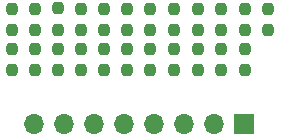
<source format=gbs>
G04 #@! TF.GenerationSoftware,KiCad,Pcbnew,(6.0.0)*
G04 #@! TF.CreationDate,2023-12-03T01:04:50-08:00*
G04 #@! TF.ProjectId,8BitSerialDACBoard,38426974-5365-4726-9961-6c444143426f,rev?*
G04 #@! TF.SameCoordinates,Original*
G04 #@! TF.FileFunction,Soldermask,Bot*
G04 #@! TF.FilePolarity,Negative*
%FSLAX46Y46*%
G04 Gerber Fmt 4.6, Leading zero omitted, Abs format (unit mm)*
G04 Created by KiCad (PCBNEW (6.0.0)) date 2023-12-03 01:04:50*
%MOMM*%
%LPD*%
G01*
G04 APERTURE LIST*
G04 Aperture macros list*
%AMRoundRect*
0 Rectangle with rounded corners*
0 $1 Rounding radius*
0 $2 $3 $4 $5 $6 $7 $8 $9 X,Y pos of 4 corners*
0 Add a 4 corners polygon primitive as box body*
4,1,4,$2,$3,$4,$5,$6,$7,$8,$9,$2,$3,0*
0 Add four circle primitives for the rounded corners*
1,1,$1+$1,$2,$3*
1,1,$1+$1,$4,$5*
1,1,$1+$1,$6,$7*
1,1,$1+$1,$8,$9*
0 Add four rect primitives between the rounded corners*
20,1,$1+$1,$2,$3,$4,$5,0*
20,1,$1+$1,$4,$5,$6,$7,0*
20,1,$1+$1,$6,$7,$8,$9,0*
20,1,$1+$1,$8,$9,$2,$3,0*%
G04 Aperture macros list end*
%ADD10RoundRect,0.237500X-0.237500X0.250000X-0.237500X-0.250000X0.237500X-0.250000X0.237500X0.250000X0*%
%ADD11RoundRect,0.237500X0.237500X-0.250000X0.237500X0.250000X-0.237500X0.250000X-0.237500X-0.250000X0*%
%ADD12R,1.700000X1.700000*%
%ADD13O,1.700000X1.700000*%
G04 APERTURE END LIST*
D10*
X151480000Y-91575000D03*
X151480000Y-93400000D03*
D11*
X149450000Y-96785000D03*
X149450000Y-94960000D03*
D10*
X149450000Y-91575000D03*
X149450000Y-93400000D03*
D11*
X147490000Y-96785000D03*
X147490000Y-94960000D03*
D10*
X147490000Y-91575000D03*
X147490000Y-93400000D03*
X145500000Y-94960000D03*
X145500000Y-96785000D03*
X145500000Y-91570000D03*
X145500000Y-93395000D03*
X143490000Y-94965000D03*
X143490000Y-96790000D03*
D11*
X143480000Y-93400000D03*
X143480000Y-91575000D03*
D10*
X141490000Y-94965000D03*
X141490000Y-96790000D03*
X141490000Y-91575000D03*
X141490000Y-93400000D03*
X139520000Y-94960000D03*
X139520000Y-96785000D03*
X139520000Y-91567500D03*
X139520000Y-93392500D03*
D11*
X137550000Y-96790000D03*
X137550000Y-94965000D03*
D10*
X137550000Y-91575000D03*
X137550000Y-93400000D03*
X135620000Y-94965000D03*
X135620000Y-96790000D03*
X135630000Y-91565000D03*
X135630000Y-93390000D03*
D11*
X133680000Y-96765000D03*
X133680000Y-94940000D03*
D10*
X133690000Y-91545000D03*
X133690000Y-93370000D03*
X131730000Y-96775000D03*
X131730000Y-94950000D03*
D11*
X131740000Y-93380000D03*
X131740000Y-91555000D03*
D10*
X129790000Y-94935000D03*
X129790000Y-96760000D03*
X129790000Y-93380000D03*
X129790000Y-91555000D03*
D12*
X149370000Y-101300000D03*
D13*
X146830000Y-101300000D03*
X144290000Y-101300000D03*
X141750000Y-101300000D03*
X139210000Y-101300000D03*
X136670000Y-101300000D03*
X134130000Y-101300000D03*
X131590000Y-101300000D03*
M02*

</source>
